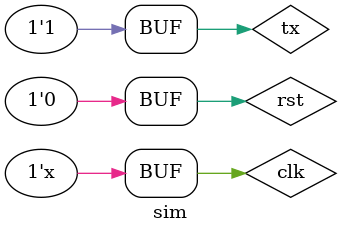
<source format=sv>
`timescale 1ns / 1ps

module sim;

logic clk, rst, nce, noe, nwe, done, err, tx;
logic [16:0] addr;

topEntity dut
    ( .clk     (clk)
    , .rst     (rst)
    , .data_io ()
    , .rx      (tx)

    , .result_0 (nce)
    , .result_1 (noe)
    , .result_2 (nwe)
    , .result_3 (addr)
    , .result_4 (done)
    , .result_5 (err)
    );

initial begin
    clk = 0;
    rst = 0;
    tx = 1;
end

always begin
    #83 clk <= ~clk;
end

endmodule

</source>
